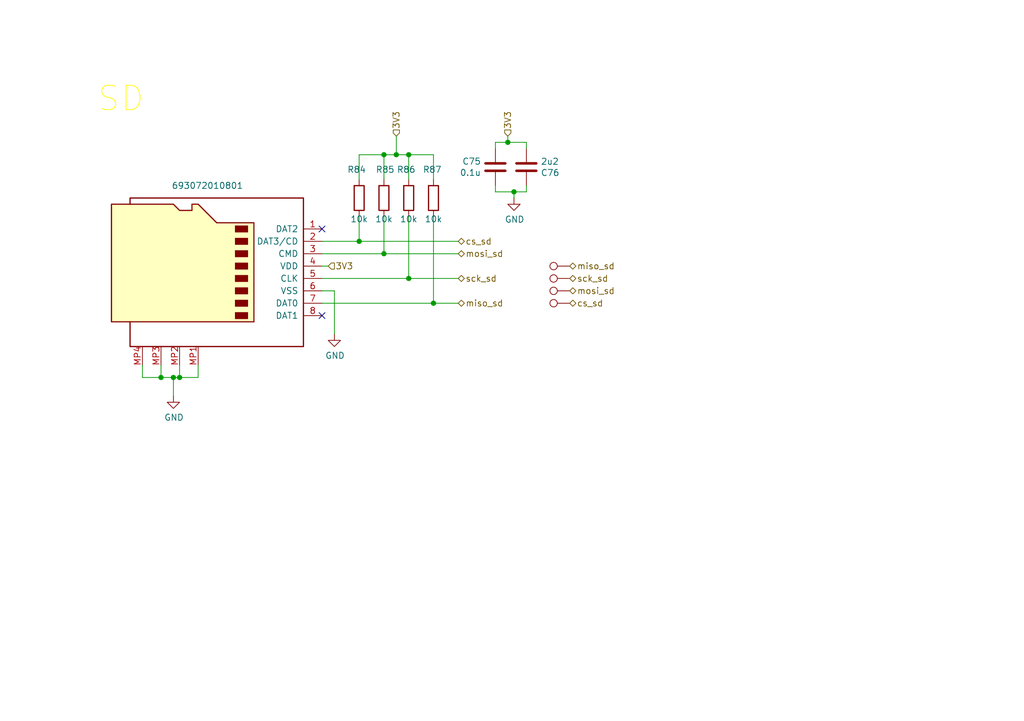
<source format=kicad_sch>
(kicad_sch (version 20231120) (generator "eeschema") (generator_version "8.0")
  (paper "A5")
  (lib_symbols
    (symbol "Connector:Micro_SD_Card" (pin_names (offset 1.016))
      (property "Reference" "J5" (at 0.635 19.05 0))
      (property "Value" "Micro_SD_Card" (at 0.635 16.51 0))
      (symbol "Micro_SD_Card_0_1"
        (rectangle (start -7.62 -9.525) (end -5.08 -10.795) (fill (type outline)))
        (rectangle (start -7.62 -6.985) (end -5.08 -8.255) (fill (type outline)))
        (rectangle (start -7.62 -4.445) (end -5.08 -5.715) (fill (type outline)))
        (rectangle (start -7.62 -1.905) (end -5.08 -3.175) (fill (type outline)))
        (rectangle (start -7.62 0.635) (end -5.08 -0.635) (fill (type outline)))
        (rectangle (start -7.62 3.175) (end -5.08 1.905) (fill (type outline)))
        (rectangle (start -7.62 5.715) (end -5.08 4.445) (fill (type outline)))
        (rectangle (start -7.62 8.255) (end -5.08 6.985) (fill (type outline)))
        (polyline (pts (xy 16.51 12.7) (xy 16.51 13.97) (xy -19.05 13.97) (xy -19.05 -16.51) (xy 16.51 -16.51) (xy 16.51 -11.43)) (stroke (width 0.254)))
        (polyline (pts (xy -8.89 -11.43) (xy -8.89 8.89) (xy -1.27 8.89) (xy 2.54 12.7) (xy 3.81 12.7) (xy 3.81 11.43) (xy 6.35 11.43) (xy 7.62 12.7) (xy 20.32 12.7) (xy 20.32 -11.43) (xy -8.89 -11.43)) (stroke (width 0.254)) (fill (type background)))
      )
      (symbol "Micro_SD_Card_1_1"
        (pin bidirectional line (at -22.86 7.62 0) (length 3.81) (name "DAT2") (number "1"))
        (pin bidirectional line (at -22.86 5.08 0) (length 3.81) (name "DAT3/CD") (number "2"))
        (pin input line (at -22.86 2.54 0) (length 3.81) (name "CMD") (number "3"))
        (pin power_in line (at -22.86 0 0) (length 3.81) (name "VDD") (number "4"))
        (pin input line (at -22.86 -2.54 0) (length 3.81) (name "CLK") (number "5"))
        (pin power_in line (at -22.86 -5.08 0) (length 3.81) (name "VSS") (number "6"))
        (pin bidirectional line (at -22.86 -7.62 0) (length 3.81) (name "DAT0") (number "7"))
        (pin bidirectional line (at -22.86 -10.16 0) (length 3.81) (name "DAT1") (number "8"))
        (pin passive line (at 2.54 -20.32 90) (length 3.81) (name "") (number "MP1"))
        (pin passive line (at 6.35 -20.32 90) (length 3.81) (name "") (number "MP2"))
        (pin passive line (at 10.16 -20.32 90) (length 3.81) (name "") (number "MP3"))
        (pin passive line (at 13.97 -20.32 90) (length 3.81) (name "") (number "MP4"))
      )
    )
    (symbol "Connector:TestPoint" (pin_numbers hide) (pin_names (offset 0.762) hide)
      (property "Reference" "TP" (at 0 6.858 0))
      (property "Value" "TestPoint" (at 0 5.08 0))
      (symbol "TestPoint_0_1"
        (circle (center 0 3.302) (radius 0.762))
      )
      (symbol "TestPoint_1_1"
        (pin passive line (at 0 0 90) (length 2.54) (name "1") (number "1"))
      )
    )
    (symbol "Device:C" (pin_numbers hide) (pin_names (offset 0.254))
      (property "Reference" "C" (at 0.635 2.54 0))
      (property "Value" "C" (at 0.635 -2.54 0))
      (symbol "C_0_1"
        (polyline (pts (xy -2.032 -0.762) (xy 2.032 -0.762)) (stroke (width 0.508)))
        (polyline (pts (xy -2.032 0.762) (xy 2.032 0.762)) (stroke (width 0.508)))
      )
      (symbol "C_1_1"
        (pin passive line (at 0 3.81 270) (length 2.794) (name "~") (number "1"))
        (pin passive line (at 0 -3.81 90) (length 2.794) (name "~") (number "2"))
      )
    )
    (symbol "Device:R" (pin_numbers hide) (pin_names (offset 0))
      (property "Reference" "R" (at 2.032 0 90))
      (property "Value" "R" (at 0 0 90))
      (symbol "R_0_1"
        (rectangle (start -1.016 -2.54) (end 1.016 2.54) (stroke (width 0.254)))
      )
      (symbol "R_1_1"
        (pin passive line (at 0 3.81 270) (length 1.27) (name "~") (number "1"))
        (pin passive line (at 0 -3.81 90) (length 1.27) (name "~") (number "2"))
      )
    )
    (symbol "power:GND" (power) (pin_numbers hide) (pin_names (offset 0) hide)
      (property "Value" "GND" (at 0 -3.81 0))
      (symbol "GND_0_1"
        (polyline (pts (xy 0 0) (xy 0 -1.27) (xy 1.27 -1.27) (xy 0 -2.54) (xy -1.27 -1.27) (xy 0 -1.27)))
      )
      (symbol "GND_1_1"
        (pin power_in line (at 0 0 270) (length 0) (name "~") (number "1"))
      )
    )
  )
  (junction (at 104.14 29.21))
  (junction (at 33.02 77.47))
  (junction (at 78.74 52.07))
  (junction (at 35.56 77.47))
  (junction (at 88.9 62.23))
  (junction (at 83.82 57.15))
  (junction (at 105.41 39.37))
  (junction (at 78.74 31.75))
  (junction (at 36.83 77.47))
  (junction (at 83.82 31.75))
  (junction (at 73.66 49.53))
  (junction (at 81.28 31.75))
  (no_connect (at 66.04 46.99))
  (no_connect (at 66.04 64.77))
  (wire (pts (xy 81.28 31.75) (xy 83.82 31.75)))
  (wire (pts (xy 88.9 31.75) (xy 88.9 36.83)))
  (wire (pts (xy 88.9 44.45) (xy 88.9 62.23)))
  (wire (pts (xy 29.21 74.93) (xy 29.21 77.47)))
  (wire (pts (xy 83.82 44.45) (xy 83.82 57.15)))
  (wire (pts (xy 67.31 54.61) (xy 66.04 54.61)))
  (wire (pts (xy 73.66 49.53) (xy 66.04 49.53)))
  (wire (pts (xy 83.82 31.75) (xy 88.9 31.75)))
  (wire (pts (xy 36.83 77.47) (xy 40.64 77.47)))
  (wire (pts (xy 104.14 29.21) (xy 107.95 29.21)))
  (wire (pts (xy 107.95 39.37) (xy 107.95 38.1)))
  (wire (pts (xy 78.74 36.83) (xy 78.74 31.75)))
  (wire (pts (xy 101.6 39.37) (xy 105.41 39.37)))
  (wire (pts (xy 105.41 40.64) (xy 105.41 39.37)))
  (wire (pts (xy 83.82 57.15) (xy 66.04 57.15)))
  (wire (pts (xy 105.41 39.37) (xy 107.95 39.37)))
  (wire (pts (xy 88.9 62.23) (xy 93.98 62.23)))
  (wire (pts (xy 78.74 44.45) (xy 78.74 52.07)))
  (wire (pts (xy 73.66 31.75) (xy 78.74 31.75)))
  (wire (pts (xy 101.6 30.48) (xy 101.6 29.21)))
  (wire (pts (xy 68.58 59.69) (xy 66.04 59.69)))
  (wire (pts (xy 78.74 52.07) (xy 66.04 52.07)))
  (wire (pts (xy 104.14 27.94) (xy 104.14 29.21)))
  (wire (pts (xy 93.98 57.15) (xy 83.82 57.15)))
  (wire (pts (xy 66.04 62.23) (xy 88.9 62.23)))
  (wire (pts (xy 93.98 52.07) (xy 78.74 52.07)))
  (wire (pts (xy 73.66 49.53) (xy 93.98 49.53)))
  (wire (pts (xy 78.74 31.75) (xy 81.28 31.75)))
  (wire (pts (xy 81.28 31.75) (xy 81.28 27.94)))
  (wire (pts (xy 40.64 77.47) (xy 40.64 74.93)))
  (wire (pts (xy 83.82 31.75) (xy 83.82 36.83)))
  (wire (pts (xy 101.6 39.37) (xy 101.6 38.1)))
  (wire (pts (xy 35.56 81.28) (xy 35.56 77.47)))
  (wire (pts (xy 101.6 29.21) (xy 104.14 29.21)))
  (wire (pts (xy 68.58 68.58) (xy 68.58 59.69)))
  (wire (pts (xy 73.66 36.83) (xy 73.66 31.75)))
  (wire (pts (xy 33.02 74.93) (xy 33.02 77.47)))
  (wire (pts (xy 36.83 74.93) (xy 36.83 77.47)))
  (wire (pts (xy 73.66 44.45) (xy 73.66 49.53)))
  (wire (pts (xy 33.02 77.47) (xy 35.56 77.47)))
  (wire (pts (xy 107.95 29.21) (xy 107.95 30.48)))
  (wire (pts (xy 35.56 77.47) (xy 36.83 77.47)))
  (wire (pts (xy 29.21 77.47) (xy 33.02 77.47)))
  (text "SD" (at 19.812 23.368 0) (effects (font (size 5 5)) (justify left bottom)))
  (hierarchical_label "3V3" (shape input) (at 81.28 27.94 90))
  (hierarchical_label "cs_sd" (shape bidirectional) (at 116.84 62.23 0))
  (hierarchical_label "sck_sd" (shape bidirectional) (at 93.98 57.15 0))
  (hierarchical_label "miso_sd" (shape bidirectional) (at 116.84 54.61 0))
  (hierarchical_label "miso_sd" (shape bidirectional) (at 93.98 62.23 0))
  (hierarchical_label "sck_sd" (shape bidirectional) (at 116.84 57.15 0))
  (hierarchical_label "cs_sd" (shape bidirectional) (at 93.98 49.53 0))
  (hierarchical_label "3V3" (shape input) (at 67.31 54.61 0))
  (hierarchical_label "3V3" (shape input) (at 104.14 27.94 90))
  (hierarchical_label "mosi_sd" (shape bidirectional) (at 116.84 59.69 0))
  (hierarchical_label "mosi_sd" (shape bidirectional) (at 93.98 52.07 0))
  (symbol (lib_id "Connector:TestPoint") (at 116.84 59.69 90) (mirror x) (unit 1) (in_bom no)
    (property "Reference" "TP8" (effects (hide yes)))
    (property "Value" "TestPoint" (effects (hide yes)))
    (property "Footprint" "TestPoint:TestPoint_Pad_D1.0mm" (effects (hide yes)))
    (property "Description" "test point" (effects (hide yes)))
  )
  (symbol (lib_id "Device:R") (at 88.9 40.64 180) (unit 1)
    (property "Reference" "R87" (at 88.646 34.798 0))
    (property "Value" "10k" (at 88.9 44.958 0))
    (property "Footprint" "Resistor_SMD:R_0603_1608Metric_Pad0.98x0.95mm_HandSolder" (effects (hide yes)))
    (property "Description" "Resistor" (effects (hide yes)))
  )
  (symbol (lib_id "Connector:TestPoint") (at 116.84 54.61 90) (mirror x) (unit 1) (in_bom no)
    (property "Reference" "TP6" (effects (hide yes)))
    (property "Value" "TestPoint" (effects (hide yes)))
    (property "Footprint" "TestPoint:TestPoint_Pad_D1.0mm" (effects (hide yes)))
    (property "Description" "test point" (effects (hide yes)))
  )
  (symbol (lib_id "Device:C") (at 107.95 34.29 0) (mirror x) (unit 1)
    (property "Reference" "C76" (at 110.871 35.4584 0) (effects (justify left)))
    (property "Value" "2u2" (at 110.871 33.147 0) (effects (justify left)))
    (property "Footprint" "Capacitor_SMD:C_0805_2012Metric_Pad1.18x1.45mm_HandSolder" (effects (hide yes)))
    (property "Description" "Unpolarized capacitor" (effects (hide yes)))
  )
  (symbol (lib_id "Device:R") (at 73.66 40.64 180) (unit 1)
    (property "Reference" "R84" (at 73.152 34.798 0))
    (property "Value" "10k" (at 73.66 44.958 0))
    (property "Footprint" "Resistor_SMD:R_0603_1608Metric_Pad0.98x0.95mm_HandSolder" (effects (hide yes)))
    (property "Description" "Resistor" (effects (hide yes)))
  )
  (symbol (lib_id "Connector:TestPoint") (at 116.84 57.15 90) (mirror x) (unit 1) (in_bom no)
    (property "Reference" "TP7" (effects (hide yes)))
    (property "Value" "TestPoint" (effects (hide yes)))
    (property "Footprint" "TestPoint:TestPoint_Pad_D1.0mm" (effects (hide yes)))
    (property "Description" "test point" (effects (hide yes)))
  )
  (symbol (lib_id "Device:R") (at 78.74 40.64 180) (unit 1)
    (property "Reference" "R85" (at 78.994 34.798 0))
    (property "Value" "10k" (at 78.74 44.958 0))
    (property "Footprint" "Resistor_SMD:R_0603_1608Metric_Pad0.98x0.95mm_HandSolder" (effects (hide yes)))
    (property "Description" "Resistor" (effects (hide yes)))
  )
  (symbol (lib_id "Device:C") (at 101.6 34.29 0) (mirror y) (unit 1)
    (property "Reference" "C75" (at 98.679 33.1216 0) (effects (justify left)))
    (property "Value" "0.1u" (at 98.679 35.433 0) (effects (justify left)))
    (property "Footprint" "Capacitor_SMD:C_0402_1005Metric_Pad0.74x0.62mm_HandSolder" (effects (hide yes)))
    (property "Description" "Unpolarized capacitor" (effects (hide yes)))
  )
  (symbol (lib_id "Connector:Micro_SD_Card") (at 43.18 54.61 0) (mirror y) (unit 1)
    (property "Reference" "J4" (effects (hide yes)))
    (property "Value" "693072010801" (at 42.545 38.1 0))
    (property "Footprint" "SamacSys_Parts:693072010801" (effects (hide yes)))
    (property "Datasheet" "https://www.we-online.de/katalog/datasheet/693072010801.pdf" (effects (hide yes)))
    (property "Description" "Micro SD Card Socket" (effects (hide yes)))
    (property "Mouser Part Number" "710-693072010801" (effects (hide yes)))
    (property "Manufacturer_Part_Number" "693072010801" (effects (hide yes)))
  )
  (symbol (lib_id "power:GND") (at 35.56 81.28 0) (unit 1)
    (property "Reference" "#PWR0127" (effects (hide yes)))
    (property "Value" "GND" (at 35.687 85.6742 0))
    (property "Description" "Power symbol creates a global label with name \"GND\" , ground" (effects (hide yes)))
  )
  (symbol (lib_id "Connector:TestPoint") (at 116.84 62.23 90) (mirror x) (unit 1) (in_bom no)
    (property "Reference" "TP9" (effects (hide yes)))
    (property "Value" "TestPoint" (effects (hide yes)))
    (property "Footprint" "TestPoint:TestPoint_Pad_D1.0mm" (effects (hide yes)))
    (property "Description" "test point" (effects (hide yes)))
  )
  (symbol (lib_id "power:GND") (at 105.41 40.64 0) (unit 1)
    (property "Reference" "#PWR0129" (effects (hide yes)))
    (property "Value" "GND" (at 105.537 45.0342 0))
    (property "Description" "Power symbol creates a global label with name \"GND\" , ground" (effects (hide yes)))
  )
  (symbol (lib_id "power:GND") (at 68.58 68.58 0) (unit 1)
    (property "Reference" "#PWR0128" (effects (hide yes)))
    (property "Value" "GND" (at 68.707 72.9742 0))
    (property "Description" "Power symbol creates a global label with name \"GND\" , ground" (effects (hide yes)))
  )
  (symbol (lib_id "Device:R") (at 83.82 40.64 180) (unit 1)
    (property "Reference" "R86" (at 83.312 34.798 0))
    (property "Value" "10k" (at 83.82 44.958 0))
    (property "Footprint" "Resistor_SMD:R_0603_1608Metric_Pad0.98x0.95mm_HandSolder" (effects (hide yes)))
    (property "Description" "Resistor" (effects (hide yes)))
  )
)
</source>
